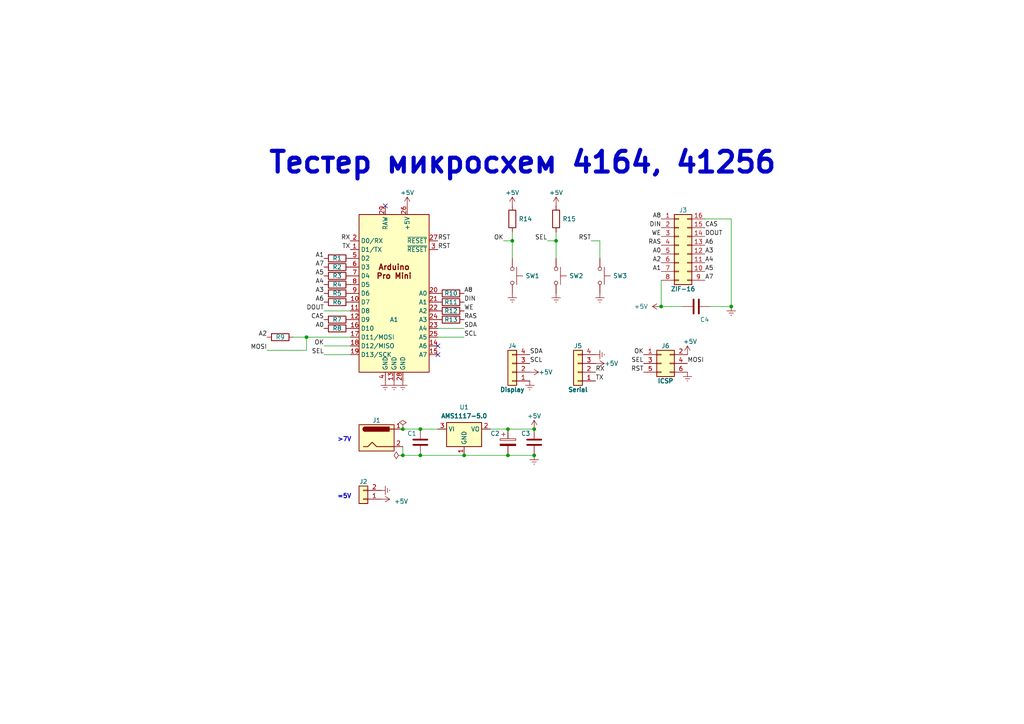
<source format=kicad_sch>
(kicad_sch (version 20230121) (generator eeschema)
  (paper "A4")
  (title_block (title "Тестер микросхем 4164, 41256") (date "2023-08-26") (company "https://t.me/emacser2015"))
  (lib_symbols
    (symbol "Connector:Jack-DC" (pin_names (offset 1.016))
      (property "Reference" "J" (at 0 5.334 0))
      (property "Value" "Jack-DC" (at 0 -5.08 0))
      (symbol "Jack-DC_0_1"
        (rectangle (start -5.08 3.81) (end 5.08 -3.81) (stroke (width 0.254)) (fill (type background)))
        (arc (start -3.302 3.175) (mid -3.9343 2.54) (end -3.302 1.905) (stroke (width 0.254)))
        (arc (start -3.302 3.175) (mid -3.9343 2.54) (end -3.302 1.905) (stroke (width 0.254)) (fill (type outline)))
        (polyline (pts (xy 5.08 2.54) (xy 3.81 2.54)) (stroke (width 0.254)))
        (polyline (pts (xy -3.81 -2.54) (xy -2.54 -2.54) (xy -1.27 -1.27) (xy 0 -2.54) (xy 2.54 -2.54) (xy 5.08 -2.54)) (stroke (width 0.254)))
        (rectangle (start 3.683 3.175) (end -3.302 1.905) (stroke (width 0.254)) (fill (type outline)))
      )
      (symbol "Jack-DC_1_1"
        (pin passive line (at 7.62 2.54 180) (length 2.54) (name "~") (number "1"))
        (pin passive line (at 7.62 -2.54 180) (length 2.54) (name "~") (number "2"))
      )
    )
    (symbol "Connector_Generic:Conn_01x02" (pin_names (offset 1.016) hide)
      (property "Reference" "J" (at 0 2.54 0))
      (property "Value" "Conn_01x02" (at 0 -5.08 0))
      (symbol "Conn_01x02_1_1"
        (rectangle (start -1.27 -2.413) (end 0 -2.667) (stroke (width 0.1524)))
        (rectangle (start -1.27 0.127) (end 0 -0.127) (stroke (width 0.1524)))
        (rectangle (start -1.27 1.27) (end 1.27 -3.81) (stroke (width 0.254)) (fill (type background)))
        (pin passive line (at -5.08 0 0) (length 3.81) (name "Pin_1") (number "1"))
        (pin passive line (at -5.08 -2.54 0) (length 3.81) (name "Pin_2") (number "2"))
      )
    )
    (symbol "Connector_Generic:Conn_01x04" (pin_names (offset 1.016) hide)
      (property "Reference" "J" (at 0 5.08 0))
      (property "Value" "Conn_01x04" (at 0 -7.62 0))
      (symbol "Conn_01x04_1_1"
        (rectangle (start -1.27 -4.953) (end 0 -5.207) (stroke (width 0.1524)))
        (rectangle (start -1.27 -2.413) (end 0 -2.667) (stroke (width 0.1524)))
        (rectangle (start -1.27 0.127) (end 0 -0.127) (stroke (width 0.1524)))
        (rectangle (start -1.27 2.667) (end 0 2.413) (stroke (width 0.1524)))
        (rectangle (start -1.27 3.81) (end 1.27 -6.35) (stroke (width 0.254)) (fill (type background)))
        (pin passive line (at -5.08 2.54 0) (length 3.81) (name "Pin_1") (number "1"))
        (pin passive line (at -5.08 0 0) (length 3.81) (name "Pin_2") (number "2"))
        (pin passive line (at -5.08 -2.54 0) (length 3.81) (name "Pin_3") (number "3"))
        (pin passive line (at -5.08 -5.08 0) (length 3.81) (name "Pin_4") (number "4"))
      )
    )
    (symbol "Connector_Generic:Conn_02x03_Odd_Even" (pin_names (offset 1.016) hide)
      (property "Reference" "J" (at 1.27 5.08 0))
      (property "Value" "Conn_02x03_Odd_Even" (at 1.27 -5.08 0))
      (symbol "Conn_02x03_Odd_Even_1_1"
        (rectangle (start -1.27 -2.413) (end 0 -2.667) (stroke (width 0.1524)))
        (rectangle (start -1.27 0.127) (end 0 -0.127) (stroke (width 0.1524)))
        (rectangle (start -1.27 2.667) (end 0 2.413) (stroke (width 0.1524)))
        (rectangle (start -1.27 3.81) (end 3.81 -3.81) (stroke (width 0.254)) (fill (type background)))
        (rectangle (start 3.81 -2.413) (end 2.54 -2.667) (stroke (width 0.1524)))
        (rectangle (start 3.81 0.127) (end 2.54 -0.127) (stroke (width 0.1524)))
        (rectangle (start 3.81 2.667) (end 2.54 2.413) (stroke (width 0.1524)))
        (pin passive line (at -5.08 2.54 0) (length 3.81) (name "Pin_1") (number "1"))
        (pin passive line (at 7.62 2.54 180) (length 3.81) (name "Pin_2") (number "2"))
        (pin passive line (at -5.08 0 0) (length 3.81) (name "Pin_3") (number "3"))
        (pin passive line (at 7.62 0 180) (length 3.81) (name "Pin_4") (number "4"))
        (pin passive line (at -5.08 -2.54 0) (length 3.81) (name "Pin_5") (number "5"))
        (pin passive line (at 7.62 -2.54 180) (length 3.81) (name "Pin_6") (number "6"))
      )
    )
    (symbol "Connector_Generic:Conn_02x08_Counter_Clockwise" (pin_names (offset 1.016) hide)
      (property "Reference" "J" (at 1.27 10.16 0))
      (property "Value" "Conn_02x08_Counter_Clockwise" (at 1.27 -12.7 0))
      (symbol "Conn_02x08_Counter_Clockwise_1_1"
        (rectangle (start -1.27 -10.033) (end 0 -10.287) (stroke (width 0.1524)))
        (rectangle (start -1.27 -7.493) (end 0 -7.747) (stroke (width 0.1524)))
        (rectangle (start -1.27 -4.953) (end 0 -5.207) (stroke (width 0.1524)))
        (rectangle (start -1.27 -2.413) (end 0 -2.667) (stroke (width 0.1524)))
        (rectangle (start -1.27 0.127) (end 0 -0.127) (stroke (width 0.1524)))
        (rectangle (start -1.27 2.667) (end 0 2.413) (stroke (width 0.1524)))
        (rectangle (start -1.27 5.207) (end 0 4.953) (stroke (width 0.1524)))
        (rectangle (start -1.27 7.747) (end 0 7.493) (stroke (width 0.1524)))
        (rectangle (start -1.27 8.89) (end 3.81 -11.43) (stroke (width 0.254)) (fill (type background)))
        (rectangle (start 3.81 -10.033) (end 2.54 -10.287) (stroke (width 0.1524)))
        (rectangle (start 3.81 -7.493) (end 2.54 -7.747) (stroke (width 0.1524)))
        (rectangle (start 3.81 -4.953) (end 2.54 -5.207) (stroke (width 0.1524)))
        (rectangle (start 3.81 -2.413) (end 2.54 -2.667) (stroke (width 0.1524)))
        (rectangle (start 3.81 0.127) (end 2.54 -0.127) (stroke (width 0.1524)))
        (rectangle (start 3.81 2.667) (end 2.54 2.413) (stroke (width 0.1524)))
        (rectangle (start 3.81 5.207) (end 2.54 4.953) (stroke (width 0.1524)))
        (rectangle (start 3.81 7.747) (end 2.54 7.493) (stroke (width 0.1524)))
        (pin passive line (at -5.08 7.62 0) (length 3.81) (name "Pin_1") (number "1"))
        (pin passive line (at 7.62 -7.62 180) (length 3.81) (name "Pin_10") (number "10"))
        (pin passive line (at 7.62 -5.08 180) (length 3.81) (name "Pin_11") (number "11"))
        (pin passive line (at 7.62 -2.54 180) (length 3.81) (name "Pin_12") (number "12"))
        (pin passive line (at 7.62 0 180) (length 3.81) (name "Pin_13") (number "13"))
        (pin passive line (at 7.62 2.54 180) (length 3.81) (name "Pin_14") (number "14"))
        (pin passive line (at 7.62 5.08 180) (length 3.81) (name "Pin_15") (number "15"))
        (pin passive line (at 7.62 7.62 180) (length 3.81) (name "Pin_16") (number "16"))
        (pin passive line (at -5.08 5.08 0) (length 3.81) (name "Pin_2") (number "2"))
        (pin passive line (at -5.08 2.54 0) (length 3.81) (name "Pin_3") (number "3"))
        (pin passive line (at -5.08 0 0) (length 3.81) (name "Pin_4") (number "4"))
        (pin passive line (at -5.08 -2.54 0) (length 3.81) (name "Pin_5") (number "5"))
        (pin passive line (at -5.08 -5.08 0) (length 3.81) (name "Pin_6") (number "6"))
        (pin passive line (at -5.08 -7.62 0) (length 3.81) (name "Pin_7") (number "7"))
        (pin passive line (at -5.08 -10.16 0) (length 3.81) (name "Pin_8") (number "8"))
        (pin passive line (at 7.62 -10.16 180) (length 3.81) (name "Pin_9") (number "9"))
      )
    )
    (symbol "Device:C" (pin_numbers hide) (pin_names (offset 0.254))
      (property "Reference" "C" (at 0.635 2.54 0))
      (property "Value" "C" (at 0.635 -2.54 0))
      (symbol "C_0_1"
        (polyline (pts (xy -2.032 -0.762) (xy 2.032 -0.762)) (stroke (width 0.508)))
        (polyline (pts (xy -2.032 0.762) (xy 2.032 0.762)) (stroke (width 0.508)))
      )
      (symbol "C_1_1"
        (pin passive line (at 0 3.81 270) (length 2.794) (name "~") (number "1"))
        (pin passive line (at 0 -3.81 90) (length 2.794) (name "~") (number "2"))
      )
    )
    (symbol "Device:C_Polarized" (pin_numbers hide) (pin_names (offset 0.254))
      (property "Reference" "C" (at 0.635 2.54 0))
      (property "Value" "C_Polarized" (at 0.635 -2.54 0))
      (symbol "C_Polarized_0_1"
        (rectangle (start -2.286 0.508) (end 2.286 1.016))
        (polyline (pts (xy -1.778 2.286) (xy -0.762 2.286)))
        (polyline (pts (xy -1.27 2.794) (xy -1.27 1.778)))
        (rectangle (start 2.286 -0.508) (end -2.286 -1.016) (fill (type outline)))
      )
      (symbol "C_Polarized_1_1"
        (pin passive line (at 0 3.81 270) (length 2.794) (name "~") (number "1"))
        (pin passive line (at 0 -3.81 90) (length 2.794) (name "~") (number "2"))
      )
    )
    (symbol "Device:R" (pin_numbers hide) (pin_names (offset 0))
      (property "Reference" "R" (at 2.032 0 90))
      (property "Value" "R" (at 0 0 90))
      (symbol "R_0_1"
        (rectangle (start -1.016 -2.54) (end 1.016 2.54) (stroke (width 0.254)))
      )
      (symbol "R_1_1"
        (pin passive line (at 0 3.81 270) (length 1.27) (name "~") (number "1"))
        (pin passive line (at 0 -3.81 90) (length 1.27) (name "~") (number "2"))
      )
    )
    (symbol "Regulator_Linear:AMS1117-5.0"
      (property "Reference" "U" (at -3.81 3.175 0))
      (property "Value" "AMS1117-5.0" (at 0 3.175 0))
      (symbol "AMS1117-5.0_0_1"
        (rectangle (start -5.08 -5.08) (end 5.08 1.905) (stroke (width 0.254)) (fill (type background)))
      )
      (symbol "AMS1117-5.0_1_1"
        (pin power_in line (at 0 -7.62 90) (length 2.54) (name "GND") (number "1"))
        (pin power_out line (at 7.62 0 180) (length 2.54) (name "VO") (number "2"))
        (pin power_in line (at -7.62 0 0) (length 2.54) (name "VI") (number "3"))
      )
    )
    (symbol "Switch:SW_Push" (pin_numbers hide) (pin_names (offset 1.016) hide)
      (property "Reference" "SW" (at 1.27 2.54 0))
      (property "Value" "SW_Push" (at 0 -1.524 0))
      (symbol "SW_Push_0_1"
        (circle (center -2.032 0) (radius 0.508))
        (polyline (pts (xy 0 1.27) (xy 0 3.048)))
        (polyline (pts (xy 2.54 1.27) (xy -2.54 1.27)))
        (circle (center 2.032 0) (radius 0.508))
        (pin passive line (at -5.08 0 0) (length 2.54) (name "1") (number "1"))
        (pin passive line (at 5.08 0 180) (length 2.54) (name "2") (number "2"))
      )
    )
    (symbol "arduino:Arduino_Pro_Mini"
      (property "Reference" "A" (at -10.16 23.495 0))
      (property "Value" "Arduino_Pro_Mini" (at 5.08 -24.13 0))
      (symbol "Arduino_Pro_Mini_0_1"
        (rectangle (start -10.16 22.86) (end 10.16 -22.86) (stroke (width 0.254)) (fill (type background)))
      )
      (symbol "Arduino_Pro_Mini_1_1"
        (text "Arduino\nPro Mini" (at 0 6.35 0) (effects (font (size 1.6 1.6) bold)))
        (pin bidirectional line (at -12.7 12.7 0) (length 2.54) (name "D1/TX") (number "1"))
        (pin bidirectional line (at -12.7 -2.54 0) (length 2.54) (name "D7") (number "10"))
        (pin bidirectional line (at -12.7 -5.08 0) (length 2.54) (name "D8") (number "11"))
        (pin bidirectional line (at -12.7 -7.62 0) (length 2.54) (name "D9") (number "12"))
        (pin power_in line (at 0 -25.4 90) (length 2.54) (name "GND") (number "13"))
        (pin bidirectional line (at 12.7 -15.24 180) (length 2.54) (name "A6") (number "14"))
        (pin bidirectional line (at 12.7 -17.78 180) (length 2.54) (name "A7") (number "15"))
        (pin bidirectional line (at -12.7 -10.16 0) (length 2.54) (name "D10") (number "16"))
        (pin bidirectional line (at -12.7 -12.7 0) (length 2.54) (name "D11/MOSI") (number "17"))
        (pin bidirectional line (at -12.7 -15.24 0) (length 2.54) (name "D12/MISO") (number "18"))
        (pin bidirectional line (at -12.7 -17.78 0) (length 2.54) (name "D13/SCK") (number "19"))
        (pin bidirectional line (at -12.7 15.24 0) (length 2.54) (name "D0/RX") (number "2"))
        (pin bidirectional line (at 12.7 0 180) (length 2.54) (name "A0") (number "20"))
        (pin bidirectional line (at 12.7 -2.54 180) (length 2.54) (name "A1") (number "21"))
        (pin bidirectional line (at 12.7 -5.08 180) (length 2.54) (name "A2") (number "22"))
        (pin bidirectional line (at 12.7 -10.16 180) (length 2.54) (name "A4") (number "23"))
        (pin bidirectional line (at 12.7 -7.62 180) (length 2.54) (name "A3") (number "24"))
        (pin bidirectional line (at 12.7 -12.7 180) (length 2.54) (name "A5") (number "25"))
        (pin power_in line (at 3.81 25.4 270) (length 2.54) (name "+5V") (number "26"))
        (pin input line (at 12.7 15.24 180) (length 2.54) (name "~{RESET}") (number "27"))
        (pin power_in line (at 2.54 -25.4 90) (length 2.54) (name "GND") (number "28"))
        (pin power_in line (at -2.54 25.4 270) (length 2.54) (name "RAW") (number "29"))
        (pin input line (at 12.7 12.7 180) (length 2.54) (name "~{RESET}") (number "3"))
        (pin power_in line (at -2.54 -25.4 90) (length 2.54) (name "GND") (number "4"))
        (pin bidirectional line (at -12.7 10.16 0) (length 2.54) (name "D2") (number "5"))
        (pin bidirectional line (at -12.7 7.62 0) (length 2.54) (name "D3") (number "6"))
        (pin bidirectional line (at -12.7 5.08 0) (length 2.54) (name "D4") (number "7"))
        (pin bidirectional line (at -12.7 2.54 0) (length 2.54) (name "D5") (number "8"))
        (pin bidirectional line (at -12.7 0 0) (length 2.54) (name "D6") (number "9"))
      )
    )
    (symbol "power:+5V" (power) (pin_names (offset 0))
      (property "Value" "+5V" (at 0 3.556 0))
      (symbol "+5V_0_1"
        (polyline (pts (xy -0.762 1.27) (xy 0 2.54)))
        (polyline (pts (xy 0 0) (xy 0 2.54)))
        (polyline (pts (xy 0 2.54) (xy 0.762 1.27)))
      )
      (symbol "+5V_1_1"
        (pin power_in line (at 0 0 90) (length 0) hide (name "+5V") (number "1"))
      )
    )
    (symbol "power:Earth" (power) (pin_names (offset 0))
      (symbol "Earth_0_1"
        (polyline (pts (xy -0.635 -1.905) (xy 0.635 -1.905)))
        (polyline (pts (xy -0.127 -2.54) (xy 0.127 -2.54)))
        (polyline (pts (xy 0 -1.27) (xy 0 0)))
        (polyline (pts (xy 1.27 -1.27) (xy -1.27 -1.27)))
      )
      (symbol "Earth_1_1"
        (pin power_in line (at 0 0 270) (length 0) hide (name "Earth") (number "1"))
      )
    )
    (symbol "power:PWR_FLAG" (power) (pin_numbers hide) (pin_names (offset 0) hide)
      (property "Value" "PWR_FLAG" (at 0 3.81 0))
      (symbol "PWR_FLAG_0_0"
        (pin power_out line (at 0 0 90) (length 0) (name "pwr") (number "1"))
      )
      (symbol "PWR_FLAG_0_1"
        (polyline (pts (xy 0 0) (xy 0 1.27) (xy -1.016 1.905) (xy 0 2.54) (xy 1.016 1.905) (xy 0 1.27)))
      )
    )
  )
  (junction (at 191.77 88.9))
  (junction (at 212.09 88.9))
  (junction (at 121.92 124.46))
  (junction (at 116.84 132.08))
  (junction (at 116.84 124.46))
  (junction (at 88.9 97.79))
  (junction (at 148.59 69.85))
  (junction (at 161.29 69.85))
  (junction (at 134.62 132.08))
  (junction (at 121.92 132.08))
  (junction (at 147.32 124.46))
  (junction (at 154.94 124.46))
  (junction (at 147.32 132.08))
  (junction (at 154.94 132.08))
  (no_connect (at 127 100.33))
  (no_connect (at 127 102.87))
  (no_connect (at 111.76 59.69))
  (wire (pts (xy 93.98 100.33) (xy 101.6 100.33)))
  (wire (pts (xy 77.47 101.6) (xy 88.9 101.6)))
  (wire (pts (xy 116.84 124.46) (xy 121.92 124.46)))
  (wire (pts (xy 205.74 88.9) (xy 212.09 88.9)))
  (wire (pts (xy 127 95.25) (xy 134.62 95.25)))
  (wire (pts (xy 148.59 69.85) (xy 148.59 74.93)))
  (wire (pts (xy 121.92 124.46) (xy 127 124.46)))
  (wire (pts (xy 85.09 97.79) (xy 88.9 97.79)))
  (wire (pts (xy 121.92 132.08) (xy 134.62 132.08)))
  (wire (pts (xy 191.77 81.28) (xy 191.77 88.9)))
  (wire (pts (xy 88.9 97.79) (xy 88.9 101.6)))
  (wire (pts (xy 93.98 90.17) (xy 101.6 90.17)))
  (wire (pts (xy 147.32 132.08) (xy 154.94 132.08)))
  (wire (pts (xy 127 97.79) (xy 134.62 97.79)))
  (wire (pts (xy 142.24 124.46) (xy 147.32 124.46)))
  (wire (pts (xy 93.98 102.87) (xy 101.6 102.87)))
  (wire (pts (xy 147.32 124.46) (xy 154.94 124.46)))
  (wire (pts (xy 161.29 67.31) (xy 161.29 69.85)))
  (wire (pts (xy 158.75 69.85) (xy 161.29 69.85)))
  (wire (pts (xy 171.45 69.85) (xy 173.99 69.85)))
  (wire (pts (xy 146.05 69.85) (xy 148.59 69.85)))
  (wire (pts (xy 204.47 63.5) (xy 212.09 63.5)))
  (wire (pts (xy 173.99 69.85) (xy 173.99 74.93)))
  (wire (pts (xy 116.84 129.54) (xy 116.84 132.08)))
  (wire (pts (xy 88.9 97.79) (xy 101.6 97.79)))
  (wire (pts (xy 134.62 132.08) (xy 147.32 132.08)))
  (wire (pts (xy 116.84 132.08) (xy 121.92 132.08)))
  (wire (pts (xy 148.59 67.31) (xy 148.59 69.85)))
  (wire (pts (xy 161.29 69.85) (xy 161.29 74.93)))
  (wire (pts (xy 191.77 88.9) (xy 198.12 88.9)))
  (wire (pts (xy 212.09 63.5) (xy 212.09 88.9)))
  (text "=5V" (at 97.79 144.78 0) (effects (font (size 1.27 1.27) (thickness 0.254) bold) (justify left bottom)))
  (text "Тестер микросхем 4164, 41256" (at 77.47 50.8 0) (effects (font (size 6 6) (thickness 1.2) bold) (justify left bottom)))
  (text ">7V" (at 97.79 128.27 0) (effects (font (size 1.27 1.27) (thickness 0.254) bold) (justify left bottom)))
  (label "RX" (at 172.72 107.95 0))
  (label "A2" (at 191.77 76.2 180))
  (label "A7" (at 93.98 77.47 180))
  (label "TX" (at 101.6 72.39 180))
  (label "A3" (at 204.47 73.66 0))
  (label "SEL" (at 158.75 69.85 180))
  (label "RAS" (at 191.77 71.12 180))
  (label "A8" (at 191.77 63.5 180))
  (label "A6" (at 204.47 71.12 0))
  (label "OK" (at 186.69 102.87 180))
  (label "CAS" (at 204.47 66.04 0))
  (label "WE" (at 191.77 68.58 180))
  (label "DIN" (at 134.62 87.63 0))
  (label "RST" (at 127 69.85 0))
  (label "A5" (at 93.98 80.01 180))
  (label "RST" (at 186.69 107.95 180))
  (label "RX" (at 101.6 69.85 180))
  (label "WE" (at 134.62 90.17 0))
  (label "SEL" (at 186.69 105.41 180))
  (label "A0" (at 93.98 95.25 180))
  (label "A3" (at 93.98 85.09 180))
  (label "TX" (at 172.72 110.49 0))
  (label "MOSI" (at 77.47 101.6 180))
  (label "MOSI" (at 199.39 105.41 0))
  (label "DOUT" (at 204.47 68.58 0))
  (label "OK" (at 93.98 100.33 180))
  (label "DIN" (at 191.77 66.04 180))
  (label "RST" (at 127 72.39 0))
  (label "SDA" (at 153.67 102.87 0))
  (label "SCL" (at 134.62 97.79 0))
  (label "RAS" (at 134.62 92.71 0))
  (label "A6" (at 93.98 87.63 180))
  (label "A5" (at 204.47 78.74 0))
  (label "OK" (at 146.05 69.85 180))
  (label "A1" (at 93.98 74.93 180))
  (label "SCL" (at 153.67 105.41 0))
  (label "A8" (at 134.62 85.09 0))
  (label "A0" (at 191.77 73.66 180))
  (label "CAS" (at 93.98 92.71 180))
  (label "A4" (at 93.98 82.55 180))
  (label "A1" (at 191.77 78.74 180))
  (label "A2" (at 77.47 97.79 180))
  (label "DOUT" (at 93.98 90.17 180))
  (label "SDA" (at 134.62 95.25 0))
  (label "A7" (at 204.47 81.28 0))
  (label "SEL" (at 93.98 102.87 180))
  (label "RST" (at 171.45 69.85 180))
  (label "A4" (at 204.47 76.2 0))
  (symbol (lib_id "power:Earth") (at 153.67 110.49 0) (unit 1)
    (property "Reference" "#PWR021" (effects hide))
    (property "Value" "Earth" (effects hide))
  )
  (symbol (lib_id "Connector_Generic:Conn_01x04") (at 167.64 107.95 180) (unit 1)
    (property "Reference" "J5" (at 167.64 100.33 0))
    (property "Value" "Serial" (at 167.64 113.03 0) (effects (font bold)))
    (property "Footprint" "Connector_PinHeader_2.54mm:PinHeader_1x04_P2.54mm_Vertical" (effects hide))
    (property "Link" "https://aliexpress.ru/item/32849370527.html?spm=a2g2w.orderdetail.0.0.2ea14aa6tOPWKs&sku_id=65205354678" (effects hide))
    (property "Note" "1x4" (effects hide))
  )
  (symbol (lib_id "Regulator_Linear:AMS1117-5.0") (at 134.62 124.46 0) (unit 1)
    (property "Reference" "U1" (at 134.62 118.11 0))
    (property "Value" "AMS1117-5.0" (at 134.62 120.65 0) (effects (font bold)))
    (property "Footprint" "Package_TO_SOT_SMD:SOT-223-3_TabPin2" (effects hide))
    (property "Link" "https://aliexpress.ru/item/32868348278.html?af=1954_7685&cn=2urus0rxhlj2a26lb42oc348en4sb3ob&cv=2&dp=2urus0rxhlj2a26lb42oc348en4sb3ob&sub=42s0rxhldu0uqsc94bkx8u7ip8ptxrhx&utm_campaign=1954_7685&utm_content=2&utm_medium=cpa&utm_source=aerkol&aff_fcid=d9bbc7b18e534b658df57505f8202b67-1694356041700-09763-_DmT3Su5&aff_fsk=_DmT3Su5&aff_platform=api-new-link-generate&sk=_DmT3Su5&aff_trace_key=d9bbc7b18e534b658df57505f8202b67-1694356041700-09763-_DmT3Su5&terminal_id=de55c4b9bfb0419ebf5abaefafc9d70b&sku_id=65500041848" (effects hide))
    (property "Note" "sot-223" (effects hide))
  )
  (symbol (lib_id "Device:R") (at 97.79 77.47 90) (unit 1)
    (property "Reference" "R2" (at 97.79 77.47 90))
    (property "Value" "47" (effects hide))
    (property "Footprint" "Resistor_SMD:R_0805_2012Metric_Pad1.20x1.40mm_HandSolder" (effects hide))
    (property "Link" "https://aliexpress.ru/item/1005001625934589.html?spm=a2g2w.orderdetail.0.0.5d4b4aa6xtBzNn&sku_id=12000016871398478" (effects hide))
    (property "Note" "smd 0805" (effects hide))
  )
  (symbol (lib_id "Device:R") (at 130.81 87.63 90) (unit 1)
    (property "Reference" "R11" (at 130.81 87.63 90))
    (property "Value" "47" (effects hide))
    (property "Footprint" "Resistor_SMD:R_0805_2012Metric_Pad1.20x1.40mm_HandSolder" (effects hide))
    (property "Link" "https://aliexpress.ru/item/1005001625934589.html?spm=a2g2w.orderdetail.0.0.5d4b4aa6xtBzNn&sku_id=12000016871398478" (effects hide))
    (property "Note" "smd 0805" (effects hide))
  )
  (symbol (lib_id "power:+5V") (at 154.94 124.46 0) (unit 1)
    (property "Reference" "#PWR09" (effects hide))
    (property "Value" "+5V" (at 154.94 120.65 0))
  )
  (symbol (lib_id "Device:R") (at 97.79 80.01 90) (unit 1)
    (property "Reference" "R3" (at 97.79 80.01 90))
    (property "Value" "47" (effects hide))
    (property "Footprint" "Resistor_SMD:R_0805_2012Metric_Pad1.20x1.40mm_HandSolder" (effects hide))
    (property "Link" "https://aliexpress.ru/item/1005001625934589.html?spm=a2g2w.orderdetail.0.0.5d4b4aa6xtBzNn&sku_id=12000016871398478" (effects hide))
    (property "Note" "smd 0805" (effects hide))
  )
  (symbol (lib_id "Device:R") (at 130.81 90.17 90) (unit 1)
    (property "Reference" "R12" (at 130.81 90.17 90))
    (property "Value" "47" (effects hide))
    (property "Footprint" "Resistor_SMD:R_0805_2012Metric_Pad1.20x1.40mm_HandSolder" (effects hide))
    (property "Link" "https://aliexpress.ru/item/1005001625934589.html?spm=a2g2w.orderdetail.0.0.5d4b4aa6xtBzNn&sku_id=12000016871398478" (effects hide))
    (property "Note" "smd 0805" (effects hide))
  )
  (symbol (lib_id "Device:R") (at 97.79 82.55 90) (unit 1)
    (property "Reference" "R4" (at 97.79 82.55 90))
    (property "Value" "47" (effects hide))
    (property "Footprint" "Resistor_SMD:R_0805_2012Metric_Pad1.20x1.40mm_HandSolder" (effects hide))
    (property "Link" "https://aliexpress.ru/item/1005001625934589.html?spm=a2g2w.orderdetail.0.0.5d4b4aa6xtBzNn&sku_id=12000016871398478" (effects hide))
    (property "Note" "smd 0805" (effects hide))
  )
  (symbol (lib_id "power:Earth") (at 116.84 110.49 0) (unit 1)
    (property "Reference" "#PWR03" (effects hide))
    (property "Value" "Earth" (effects hide))
  )
  (symbol (lib_id "Device:R") (at 161.29 63.5 180) (unit 1)
    (property "Reference" "R15" (at 165.1 63.5 0))
    (property "Value" "10K" (effects hide))
    (property "Footprint" "Resistor_SMD:R_0805_2012Metric_Pad1.20x1.40mm_HandSolder" (effects hide))
    (property "Link" "https://aliexpress.ru/item/1005001625934589.html?spm=a2g2w.orderdetail.0.0.5d4b4aa6xtBzNn&sku_id=12000016871398478" (effects hide))
    (property "Note" "smd 0805" (effects hide))
  )
  (symbol (lib_id "Device:R") (at 97.79 92.71 90) (unit 1)
    (property "Reference" "R7" (at 97.79 92.71 90))
    (property "Value" "47" (effects hide))
    (property "Footprint" "Resistor_SMD:R_0805_2012Metric_Pad1.20x1.40mm_HandSolder" (effects hide))
    (property "Link" "https://aliexpress.ru/item/1005001625934589.html?spm=a2g2w.orderdetail.0.0.5d4b4aa6xtBzNn&sku_id=12000016871398478" (effects hide))
    (property "Note" "smd 0805" (effects hide))
  )
  (symbol (lib_id "power:Earth") (at 148.59 85.09 0) (unit 1)
    (property "Reference" "#PWR06" (effects hide))
    (property "Value" "Earth" (effects hide))
  )
  (symbol (lib_id "Connector_Generic:Conn_01x04") (at 148.59 107.95 180) (unit 1)
    (property "Reference" "J4" (at 148.59 100.33 0))
    (property "Value" "Display" (at 148.59 113.03 0) (effects (font bold)))
    (property "Footprint" "arduino:SSD1306-0.91-OLED-4pin-128x32" (effects hide))
    (property "Link" "https://aliexpress.ru/item/32672327708.html?spm=a2g2w.orderdetail.0.0.7e1a4aa6WQ3QyP&sku_id=65193557788" (effects hide))
    (property "Note" "0,91 OLED 128X32" (effects hide))
  )
  (symbol (lib_id "power:+5V") (at 172.72 105.41 270) (unit 1)
    (property "Reference" "#PWR015" (effects hide))
    (property "Value" "+5V" (at 175.26 105.41 90) (effects (justify left)))
  )
  (symbol (lib_id "Device:C") (at 121.92 128.27 0) (unit 1)
    (property "Reference" "C1" (at 118.11 125.73 0) (effects (justify left)))
    (property "Value" "100 nF" (effects hide))
    (property "Footprint" "Capacitor_SMD:C_0805_2012Metric_Pad1.18x1.45mm_HandSolder" (effects hide))
    (property "Datasheet" "0805" (effects hide))
    (property "Link" "https://aliexpress.ru/item/33007425729.html?sku_id=67085457162&spm=a2g2w.stores.seller_list.5.390e2b33TdpRsz" (effects hide))
    (property "Note" "smd 0805" (effects hide))
  )
  (symbol (lib_id "Device:C") (at 154.94 128.27 0) (unit 1)
    (property "Reference" "C3" (at 151.13 125.73 0) (effects (justify left)))
    (property "Value" "100 nF" (effects hide))
    (property "Footprint" "Capacitor_SMD:C_0805_2012Metric_Pad1.18x1.45mm_HandSolder" (effects hide))
    (property "Datasheet" "0805" (effects hide))
    (property "Link" "https://aliexpress.ru/item/33007425729.html?sku_id=67085457162&spm=a2g2w.stores.seller_list.5.390e2b33TdpRsz" (effects hide))
    (property "Note" "smd 0805" (effects hide))
  )
  (symbol (lib_id "power:Earth") (at 111.76 110.49 0) (unit 1)
    (property "Reference" "#PWR01" (effects hide))
    (property "Value" "Earth" (effects hide))
  )
  (symbol (lib_id "Device:C") (at 201.93 88.9 90) (unit 1)
    (property "Reference" "C4" (at 205.74 92.71 90) (effects (justify left)))
    (property "Value" "100 nF" (effects hide))
    (property "Footprint" "Capacitor_SMD:C_0805_2012Metric_Pad1.18x1.45mm_HandSolder" (effects hide))
    (property "Datasheet" "0805" (effects hide))
    (property "Link" "https://aliexpress.ru/item/33007425729.html?sku_id=67085457162&spm=a2g2w.stores.seller_list.5.390e2b33TdpRsz" (effects hide))
    (property "Note" "smd 0805" (effects hide))
  )
  (symbol (lib_id "Connector_Generic:Conn_02x08_Counter_Clockwise") (at 196.85 71.12 0) (unit 1)
    (property "Reference" "J3" (at 198.12 60.96 0))
    (property "Value" "ZIF-16" (at 198.12 83.82 0) (effects (font bold)))
    (property "Footprint" "Socket:DIP_Socket-16_W4.3_W5.08_W7.62_W10.16_W10.9_3M_216-3340-00-0602J" (effects hide))
    (property "Link" "https://aliexpress.ru/item/1005002108879940.html?spm=a2g2w.orderdetail.0.0.519b4aa6ufU1Xe&sku_id=12000018768430031" (effects hide))
  )
  (symbol (lib_id "Device:R") (at 97.79 95.25 90) (unit 1)
    (property "Reference" "R8" (at 97.79 95.25 90))
    (property "Value" "47" (effects hide))
    (property "Footprint" "Resistor_SMD:R_0805_2012Metric_Pad1.20x1.40mm_HandSolder" (effects hide))
    (property "Link" "https://aliexpress.ru/item/1005001625934589.html?spm=a2g2w.orderdetail.0.0.5d4b4aa6xtBzNn&sku_id=12000016871398478" (effects hide))
    (property "Note" "smd 0805" (effects hide))
  )
  (symbol (lib_id "Device:C_Polarized") (at 147.32 128.27 0) (unit 1)
    (property "Reference" "C2" (at 142.24 125.73 0) (effects (justify left)))
    (property "Value" "1000 uF" (effects hide))
    (property "Footprint" "Capacitor_THT:CP_Radial_D8.0mm_P3.50mm" (effects hide))
    (property "Link" "https://aliexpress.ru/item/4001227639043.html?sku_id=10000015368849017&spm=a2g2w.stores.seller_list.0.390e2b33TdpRsz" (effects hide))
  )
  (symbol (lib_id "power:+5V") (at 118.11 59.69 0) (unit 1)
    (property "Reference" "#PWR04" (effects hide))
    (property "Value" "+5V" (at 118.11 55.88 0))
  )
  (symbol (lib_id "power:Earth") (at 154.94 132.08 0) (unit 1)
    (property "Reference" "#PWR012" (effects hide))
    (property "Value" "Earth" (effects hide))
  )
  (symbol (lib_id "power:Earth") (at 199.39 107.95 0) (unit 1)
    (property "Reference" "#PWR017" (effects hide))
    (property "Value" "Earth" (effects hide))
  )
  (symbol (lib_id "Switch:SW_Push") (at 161.29 80.01 270) (unit 1)
    (property "Reference" "SW2" (at 165.1 80.01 90) (effects (justify left)))
    (property "Value" "SW Push" (effects hide))
    (property "Footprint" "Button_Switch_THT:SW_PUSH_6mm" (effects hide))
    (property "Link" "https://aliexpress.ru/item/32912263133.html?sku_id=65911938260&spm=a2g2w.productlist.search_results.0.2e044aa6GOkUgH" (effects hide))
    (property "Note" "6 mm" (effects hide))
  )
  (symbol (lib_id "Connector_Generic:Conn_01x02") (at 105.41 144.78 180) (unit 1)
    (property "Reference" "J2" (at 105.41 139.7 0))
    (property "Value" "PCB Terminal Block" (effects hide))
    (property "Footprint" "arduino:DG301-5.0-2P-1X" (effects hide))
    (property "Link" "https://aliexpress.ru/item/4000290521933.html?sku_id=10000001206687843&spm=a2g2w.productlist.search_results.7.c9914aa6Lo1RGz" (effects hide))
  )
  (symbol (lib_id "Device:R") (at 97.79 87.63 90) (unit 1)
    (property "Reference" "R6" (at 97.79 87.63 90))
    (property "Value" "47" (effects hide))
    (property "Footprint" "Resistor_SMD:R_0805_2012Metric_Pad1.20x1.40mm_HandSolder" (effects hide))
    (property "Link" "https://aliexpress.ru/item/1005001625934589.html?spm=a2g2w.orderdetail.0.0.5d4b4aa6xtBzNn&sku_id=12000016871398478" (effects hide))
    (property "Note" "smd 0805" (effects hide))
  )
  (symbol (lib_id "Connector_Generic:Conn_02x03_Odd_Even") (at 191.77 105.41 0) (unit 1)
    (property "Reference" "J6" (at 193.04 100.33 0))
    (property "Value" "ICSP" (at 193.04 110.49 0) (effects (font bold)))
    (property "Footprint" "Connector_PinHeader_2.54mm:PinHeader_2x03_P2.54mm_Vertical" (effects hide))
    (property "Link" "https://aliexpress.ru/item/32848766148.html?spm=a2g2w.orderdetail.0.0.2ea14aa6PMJXE2&sku_id=65197654467" (effects hide))
    (property "Note" "2x3" (effects hide))
  )
  (symbol (lib_id "power:Earth") (at 173.99 85.09 0) (unit 1)
    (property "Reference" "#PWR018" (effects hide))
    (property "Value" "Earth" (effects hide))
  )
  (symbol (lib_id "arduino:Arduino_Pro_Mini") (at 114.3 85.09 0) (unit 1)
    (property "Reference" "A1" (at 113.03 92.71 0) (effects (justify left)))
    (property "Value" "Arduino Pro Mini" (effects hide))
    (property "Footprint" "arduino:arduino_pro_mini" (effects hide))
    (property "Datasheet" "https://aliexpress.ru/item/32849721150.html?af=1954_7685&cn=2urus0runq74xip3i0s3pxivlmvgv4t2&cv=2&dp=2urus0runq74xip3i0s3pxivlmvgv4t2&sub=46s0runquet2vhl7rphdr4pmkktysf9r&utm_campaign=1954_7685&utm_content=2&utm_medium=cpa&utm_source=aerkol&aff_fcid=b72efd221f724e6b83cdda9a49e260fe-1694352375244-04546-_DCwmwdZ&aff_fsk=_DCwmwdZ&aff_platform=api-new-link-generate&sk=_DCwmwdZ&aff_trace_key=b72efd221f724e6b83cdda9a49e260fe-1694352375244-04546-_DCwmwdZ&terminal_id=de55c4b9bfb0419ebf5abaefafc9d70b&sku_id=10000000271686560" (effects hide))
    (property "Link" "https://aliexpress.ru/item/32849721150.html?af=1954_7685&cn=2urus0runq74xip3i0s3pxivlmvgv4t2&cv=2&dp=2urus0runq74xip3i0s3pxivlmvgv4t2&sub=46s0runquet2vhl7rphdr4pmkktysf9r&utm_campaign=1954_7685&utm_content=2&utm_medium=cpa&utm_source=aerkol&aff_fcid=b72efd221f724e6b83cdda9a49e260fe-1694352375244-04546-_DCwmwdZ&aff_fsk=_DCwmwdZ&aff_platform=api-new-link-generate&sk=_DCwmwdZ&aff_trace_key=b72efd221f724e6b83cdda9a49e260fe-1694352375244-04546-_DCwmwdZ&terminal_id=de55c4b9bfb0419ebf5abaefafc9d70b&sku_id=10000000271686560" (effects hide))
  )
  (symbol (lib_id "Device:R") (at 130.81 92.71 90) (unit 1)
    (property "Reference" "R13" (at 130.81 92.71 90))
    (property "Value" "47" (effects hide))
    (property "Footprint" "Resistor_SMD:R_0805_2012Metric_Pad1.20x1.40mm_HandSolder" (effects hide))
    (property "Link" "https://aliexpress.ru/item/1005001625934589.html?spm=a2g2w.orderdetail.0.0.5d4b4aa6xtBzNn&sku_id=12000016871398478" (effects hide))
    (property "Note" "smd 0805" (effects hide))
  )
  (symbol (lib_id "Device:R") (at 97.79 85.09 90) (unit 1)
    (property "Reference" "R5" (at 97.79 85.09 90))
    (property "Value" "47" (effects hide))
    (property "Footprint" "Resistor_SMD:R_0805_2012Metric_Pad1.20x1.40mm_HandSolder" (effects hide))
    (property "Link" "https://aliexpress.ru/item/1005001625934589.html?spm=a2g2w.orderdetail.0.0.5d4b4aa6xtBzNn&sku_id=12000016871398478" (effects hide))
    (property "Note" "smd 0805" (effects hide))
  )
  (symbol (lib_id "Device:R") (at 130.81 85.09 90) (unit 1)
    (property "Reference" "R10" (at 130.81 85.09 90))
    (property "Value" "47" (effects hide))
    (property "Footprint" "Resistor_SMD:R_0805_2012Metric_Pad1.20x1.40mm_HandSolder" (effects hide))
    (property "Link" "https://aliexpress.ru/item/1005001625934589.html?spm=a2g2w.orderdetail.0.0.5d4b4aa6xtBzNn&sku_id=12000016871398478" (effects hide))
    (property "Note" "smd 0805" (effects hide))
  )
  (symbol (lib_id "power:Earth") (at 114.3 110.49 0) (unit 1)
    (property "Reference" "#PWR02" (effects hide))
    (property "Value" "Earth" (effects hide))
  )
  (symbol (lib_id "power:Earth") (at 172.72 102.87 90) (unit 1)
    (property "Reference" "#PWR019" (effects hide))
    (property "Value" "Earth" (effects hide))
  )
  (symbol (lib_id "power:Earth") (at 212.09 88.9 0) (unit 1)
    (property "Reference" "#PWR014" (effects hide))
    (property "Value" "Earth" (effects hide))
  )
  (symbol (lib_id "Device:R") (at 148.59 63.5 180) (unit 1)
    (property "Reference" "R14" (at 152.4 63.5 0))
    (property "Value" "10K" (effects hide))
    (property "Footprint" "Resistor_SMD:R_0805_2012Metric_Pad1.20x1.40mm_HandSolder" (effects hide))
    (property "Link" "https://aliexpress.ru/item/1005001625934589.html?spm=a2g2w.orderdetail.0.0.5d4b4aa6xtBzNn&sku_id=12000016871398478" (effects hide))
    (property "Note" "smd 0805" (effects hide))
  )
  (symbol (lib_id "power:+5V") (at 199.39 102.87 0) (unit 1)
    (property "Reference" "#PWR020" (effects hide))
    (property "Value" "+5V" (at 198.12 99.06 0) (effects (justify left)))
  )
  (symbol (lib_id "power:+5V") (at 110.49 144.78 270) (unit 1)
    (property "Reference" "#PWR011" (effects hide))
    (property "Value" "+5V" (at 114.3 145.415 90) (effects (justify left)))
  )
  (symbol (lib_id "power:+5V") (at 153.67 107.95 270) (unit 1)
    (property "Reference" "#PWR016" (effects hide))
    (property "Value" "+5V" (at 156.21 107.95 90) (effects (justify left)))
  )
  (symbol (lib_id "Switch:SW_Push") (at 173.99 80.01 270) (unit 1)
    (property "Reference" "SW3" (at 177.8 80.01 90) (effects (justify left)))
    (property "Value" "SW Push" (effects hide))
    (property "Footprint" "Button_Switch_THT:SW_PUSH_6mm" (effects hide))
    (property "Link" "https://aliexpress.ru/item/32912263133.html?sku_id=65911938260&spm=a2g2w.productlist.search_results.0.2e044aa6GOkUgH" (effects hide))
    (property "Note" "6 mm" (effects hide))
  )
  (symbol (lib_id "power:Earth") (at 161.29 85.09 0) (unit 1)
    (property "Reference" "#PWR08" (effects hide))
    (property "Value" "Earth" (effects hide))
  )
  (symbol (lib_id "power:PWR_FLAG") (at 116.84 132.08 90) (unit 1)
    (property "Reference" "#FLG02" (effects hide))
    (property "Value" "PWR_FLAG" (effects hide))
  )
  (symbol (lib_id "power:+5V") (at 161.29 59.69 0) (unit 1)
    (property "Reference" "#PWR07" (effects hide))
    (property "Value" "+5V" (at 161.29 55.88 0))
  )
  (symbol (lib_id "Connector:Jack-DC") (at 109.22 127 0) (unit 1)
    (property "Reference" "J1" (at 109.22 121.92 0))
    (property "Value" "Jack DC" (effects hide))
    (property "Footprint" "Connector_BarrelJack:BarrelJack_Horizontal" (effects hide))
    (property "Link" "https://aliexpress.ru/item/32361314769.html?spm=a2g2w.orderdetail.0.0.77144aa6aQSCM3&sku_id=64847447207" (effects hide))
  )
  (symbol (lib_id "power:+5V") (at 148.59 59.69 0) (unit 1)
    (property "Reference" "#PWR05" (effects hide))
    (property "Value" "+5V" (at 148.59 55.88 0))
  )
  (symbol (lib_id "power:PWR_FLAG") (at 116.84 124.46 0) (unit 1)
    (property "Reference" "#FLG01" (effects hide))
    (property "Value" "PWR_FLAG" (effects hide))
  )
  (symbol (lib_id "Device:R") (at 97.79 74.93 90) (unit 1)
    (property "Reference" "R1" (at 97.79 74.93 90))
    (property "Value" "47" (effects hide))
    (property "Footprint" "Resistor_SMD:R_0805_2012Metric_Pad1.20x1.40mm_HandSolder" (effects hide))
    (property "Link" "https://aliexpress.ru/item/1005001625934589.html?spm=a2g2w.orderdetail.0.0.5d4b4aa6xtBzNn&sku_id=12000016871398478" (effects hide))
    (property "Note" "smd 0805" (effects hide))
  )
  (symbol (lib_id "Device:R") (at 81.28 97.79 90) (unit 1)
    (property "Reference" "R9" (at 81.28 97.79 90))
    (property "Value" "47" (effects hide))
    (property "Footprint" "Resistor_SMD:R_0805_2012Metric_Pad1.20x1.40mm_HandSolder" (effects hide))
    (property "Link" "https://aliexpress.ru/item/1005001625934589.html?spm=a2g2w.orderdetail.0.0.5d4b4aa6xtBzNn&sku_id=12000016871398478" (effects hide))
    (property "Note" "smd 0805" (effects hide))
  )
  (symbol (lib_id "power:Earth") (at 110.49 142.24 90) (unit 1)
    (property "Reference" "#PWR010" (effects hide))
    (property "Value" "Earth" (effects hide))
  )
  (symbol (lib_id "power:+5V") (at 191.77 88.9 90) (unit 1)
    (property "Reference" "#PWR013" (effects hide))
    (property "Value" "+5V" (at 187.96 88.9 90) (effects (justify left)))
  )
  (symbol (lib_id "Switch:SW_Push") (at 148.59 80.01 270) (unit 1)
    (property "Reference" "SW1" (at 152.4 80.01 90) (effects (justify left)))
    (property "Value" "SW Push" (effects hide))
    (property "Footprint" "Button_Switch_THT:SW_PUSH_6mm" (effects hide))
    (property "Link" "https://aliexpress.ru/item/32912263133.html?sku_id=65911938260&spm=a2g2w.productlist.search_results.0.2e044aa6GOkUgH" (effects hide))
    (property "Note" "6 mm" (effects hide))
  )
)
</source>
